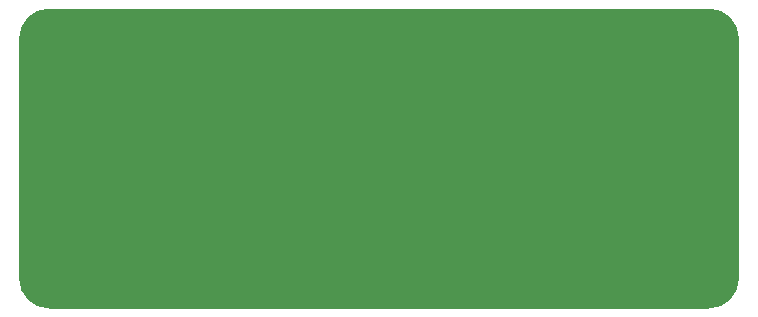
<source format=gbr>
G04 DipTrace 2.4.0.2*
%INBoard.gbr*%
%MOIN*%
%ADD11C,0.006*%
%FSLAX44Y44*%
G04*
G70*
G90*
G75*
G01*
%LNBoardPoly*%
%LPD*%
G36*
X4940Y3940D2*
D11*
X26940D1*
G03X27940Y4940I5J995D01*
G01*
Y12940D1*
G03X26940Y13940I-995J5D01*
G01*
X4940D1*
G03X3940Y12940I0J-1000D01*
G01*
Y4940D1*
G03X4940Y3940I1000J0D01*
G01*
G37*
M02*

</source>
